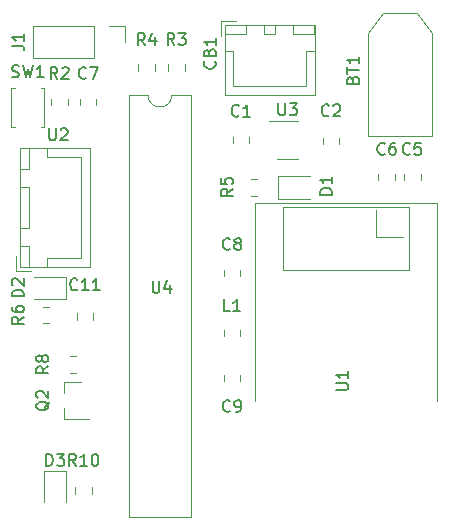
<source format=gbr>
G04 #@! TF.GenerationSoftware,KiCad,Pcbnew,5.1.6-c6e7f7d~87~ubuntu20.04.1*
G04 #@! TF.CreationDate,2020-11-08T20:48:53+01:00*
G04 #@! TF.ProjectId,soil_humidity_module,736f696c-5f68-4756-9d69-646974795f6d,rev?*
G04 #@! TF.SameCoordinates,Original*
G04 #@! TF.FileFunction,Legend,Top*
G04 #@! TF.FilePolarity,Positive*
%FSLAX46Y46*%
G04 Gerber Fmt 4.6, Leading zero omitted, Abs format (unit mm)*
G04 Created by KiCad (PCBNEW 5.1.6-c6e7f7d~87~ubuntu20.04.1) date 2020-11-08 20:48:53*
%MOMM*%
%LPD*%
G01*
G04 APERTURE LIST*
%ADD10C,0.120000*%
%ADD11C,0.150000*%
G04 APERTURE END LIST*
D10*
X170688000Y-101346000D02*
X170688000Y-101346000D01*
X160020000Y-101346000D02*
X170688000Y-101346000D01*
X173105500Y-101016000D02*
X173105500Y-101016000D01*
X157655500Y-101016000D02*
X173105500Y-101016000D01*
X157655500Y-117792500D02*
X157655500Y-101016000D01*
X173105500Y-101016000D02*
X173105500Y-117792500D01*
X167894000Y-101600000D02*
X167894000Y-101600000D01*
X167894000Y-103886000D02*
X167894000Y-101600000D01*
X170180000Y-103886000D02*
X167894000Y-103886000D01*
X160020000Y-101346000D02*
X160020000Y-101346000D01*
X160020000Y-106680000D02*
X160020000Y-101346000D01*
X170688000Y-106680000D02*
X160020000Y-106680000D01*
X170688000Y-101346000D02*
X170688000Y-106680000D01*
X155072400Y-85906600D02*
X155072400Y-91876600D01*
X155072400Y-91876600D02*
X162692400Y-91876600D01*
X162692400Y-91876600D02*
X162692400Y-85906600D01*
X162692400Y-85906600D02*
X155072400Y-85906600D01*
X158382400Y-85916600D02*
X158382400Y-86666600D01*
X158382400Y-86666600D02*
X159382400Y-86666600D01*
X159382400Y-86666600D02*
X159382400Y-85916600D01*
X159382400Y-85916600D02*
X158382400Y-85916600D01*
X155082400Y-85916600D02*
X155082400Y-86666600D01*
X155082400Y-86666600D02*
X156882400Y-86666600D01*
X156882400Y-86666600D02*
X156882400Y-85916600D01*
X156882400Y-85916600D02*
X155082400Y-85916600D01*
X160882400Y-85916600D02*
X160882400Y-86666600D01*
X160882400Y-86666600D02*
X162682400Y-86666600D01*
X162682400Y-86666600D02*
X162682400Y-85916600D01*
X162682400Y-85916600D02*
X160882400Y-85916600D01*
X155082400Y-88166600D02*
X155832400Y-88166600D01*
X155832400Y-88166600D02*
X155832400Y-91116600D01*
X155832400Y-91116600D02*
X158882400Y-91116600D01*
X162682400Y-88166600D02*
X161932400Y-88166600D01*
X161932400Y-88166600D02*
X161932400Y-91116600D01*
X161932400Y-91116600D02*
X158882400Y-91116600D01*
X156032400Y-85616600D02*
X154782400Y-85616600D01*
X154782400Y-85616600D02*
X154782400Y-86866600D01*
X139830000Y-94614000D02*
X139530000Y-94614000D01*
X139830000Y-91314000D02*
X139830000Y-94614000D01*
X139530000Y-91314000D02*
X139830000Y-91314000D01*
X137030000Y-94614000D02*
X137330000Y-94614000D01*
X137030000Y-91314000D02*
X137030000Y-94614000D01*
X137330000Y-91314000D02*
X137030000Y-91314000D01*
X137458000Y-106736000D02*
X138708000Y-106736000D01*
X137458000Y-105486000D02*
X137458000Y-106736000D01*
X142958000Y-97086000D02*
X142958000Y-101386000D01*
X140008000Y-97086000D02*
X142958000Y-97086000D01*
X140008000Y-96336000D02*
X140008000Y-97086000D01*
X142958000Y-105686000D02*
X142958000Y-101386000D01*
X140008000Y-105686000D02*
X142958000Y-105686000D01*
X140008000Y-106436000D02*
X140008000Y-105686000D01*
X137758000Y-96336000D02*
X137758000Y-98136000D01*
X138508000Y-96336000D02*
X137758000Y-96336000D01*
X138508000Y-98136000D02*
X138508000Y-96336000D01*
X137758000Y-98136000D02*
X138508000Y-98136000D01*
X137758000Y-104636000D02*
X137758000Y-106436000D01*
X138508000Y-104636000D02*
X137758000Y-104636000D01*
X138508000Y-106436000D02*
X138508000Y-104636000D01*
X137758000Y-106436000D02*
X138508000Y-106436000D01*
X137758000Y-99636000D02*
X137758000Y-103136000D01*
X138508000Y-99636000D02*
X137758000Y-99636000D01*
X138508000Y-103136000D02*
X138508000Y-99636000D01*
X137758000Y-103136000D02*
X138508000Y-103136000D01*
X137748000Y-96326000D02*
X137748000Y-106446000D01*
X143718000Y-96326000D02*
X137748000Y-96326000D01*
X143718000Y-106446000D02*
X143718000Y-96326000D01*
X137748000Y-106446000D02*
X143718000Y-106446000D01*
X159605000Y-100655000D02*
X162290000Y-100655000D01*
X159605000Y-98735000D02*
X159605000Y-100655000D01*
X162290000Y-98735000D02*
X159605000Y-98735000D01*
X164794000Y-95499422D02*
X164794000Y-96016578D01*
X163374000Y-95499422D02*
X163374000Y-96016578D01*
X159501000Y-97266400D02*
X161301000Y-97266400D01*
X161301000Y-94046400D02*
X158851000Y-94046400D01*
X140212578Y-109780000D02*
X139695422Y-109780000D01*
X140212578Y-111200000D02*
X139695422Y-111200000D01*
X142546000Y-110358422D02*
X142546000Y-110875578D01*
X143966000Y-110358422D02*
X143966000Y-110875578D01*
X171336000Y-84920000D02*
X168516000Y-84920000D01*
X168516000Y-84920000D02*
X167216000Y-86620000D01*
X171336000Y-84920000D02*
X172636000Y-86620000D01*
X167216000Y-86620000D02*
X167216000Y-95340000D01*
X172636000Y-95340000D02*
X167216000Y-95340000D01*
X172636000Y-86620000D02*
X172636000Y-95340000D01*
X142419000Y-125090422D02*
X142419000Y-125607578D01*
X143839000Y-125090422D02*
X143839000Y-125607578D01*
X139756000Y-123664000D02*
X139756000Y-126349000D01*
X141676000Y-123664000D02*
X139756000Y-123664000D01*
X141676000Y-126349000D02*
X141676000Y-123664000D01*
X156412000Y-107192578D02*
X156412000Y-106675422D01*
X154992000Y-107192578D02*
X154992000Y-106675422D01*
X141480000Y-116149000D02*
X141480000Y-117079000D01*
X141480000Y-119309000D02*
X141480000Y-118379000D01*
X141480000Y-119309000D02*
X143640000Y-119309000D01*
X141480000Y-116149000D02*
X142940000Y-116149000D01*
X141981422Y-113971000D02*
X142498578Y-113971000D01*
X141981422Y-115391000D02*
X142498578Y-115391000D01*
X154992000Y-111755422D02*
X154992000Y-112272578D01*
X156412000Y-111755422D02*
X156412000Y-112272578D01*
X154992000Y-115565422D02*
X154992000Y-116082578D01*
X156412000Y-115565422D02*
X156412000Y-116082578D01*
X138878000Y-86046000D02*
X138878000Y-88706000D01*
X144018000Y-86046000D02*
X138878000Y-86046000D01*
X144018000Y-88706000D02*
X138878000Y-88706000D01*
X144018000Y-86046000D02*
X144018000Y-88706000D01*
X145288000Y-86046000D02*
X146618000Y-86046000D01*
X146618000Y-86046000D02*
X146618000Y-87376000D01*
X144220000Y-92714578D02*
X144220000Y-92197422D01*
X142800000Y-92714578D02*
X142800000Y-92197422D01*
X169518400Y-98547422D02*
X169518400Y-99064578D01*
X168098400Y-98547422D02*
X168098400Y-99064578D01*
X171677400Y-98547422D02*
X171677400Y-99064578D01*
X170257400Y-98547422D02*
X170257400Y-99064578D01*
X157865578Y-98985000D02*
X157348422Y-98985000D01*
X157865578Y-100405000D02*
X157348422Y-100405000D01*
X141639000Y-107244000D02*
X138954000Y-107244000D01*
X141639000Y-109164000D02*
X141639000Y-107244000D01*
X138954000Y-109164000D02*
X141639000Y-109164000D01*
X155754000Y-95397822D02*
X155754000Y-95914978D01*
X157174000Y-95397822D02*
X157174000Y-95914978D01*
X141807000Y-92714578D02*
X141807000Y-92197422D01*
X140387000Y-92714578D02*
X140387000Y-92197422D01*
X151713000Y-89276422D02*
X151713000Y-89793578D01*
X150293000Y-89276422D02*
X150293000Y-89793578D01*
X147753000Y-89793578D02*
X147753000Y-89276422D01*
X149173000Y-89793578D02*
X149173000Y-89276422D01*
X152256000Y-91888000D02*
X150606000Y-91888000D01*
X152256000Y-127568000D02*
X152256000Y-91888000D01*
X146956000Y-127568000D02*
X152256000Y-127568000D01*
X146956000Y-91888000D02*
X146956000Y-127568000D01*
X148606000Y-91888000D02*
X146956000Y-91888000D01*
X150606000Y-91888000D02*
G75*
G02*
X148606000Y-91888000I-1000000J0D01*
G01*
D11*
X164552380Y-116839904D02*
X165361904Y-116839904D01*
X165457142Y-116792285D01*
X165504761Y-116744666D01*
X165552380Y-116649428D01*
X165552380Y-116458952D01*
X165504761Y-116363714D01*
X165457142Y-116316095D01*
X165361904Y-116268476D01*
X164552380Y-116268476D01*
X165552380Y-115268476D02*
X165552380Y-115839904D01*
X165552380Y-115554190D02*
X164552380Y-115554190D01*
X164695238Y-115649428D01*
X164790476Y-115744666D01*
X164838095Y-115839904D01*
X154230342Y-89007866D02*
X154277961Y-89055485D01*
X154325580Y-89198342D01*
X154325580Y-89293580D01*
X154277961Y-89436438D01*
X154182723Y-89531676D01*
X154087485Y-89579295D01*
X153897009Y-89626914D01*
X153754152Y-89626914D01*
X153563676Y-89579295D01*
X153468438Y-89531676D01*
X153373200Y-89436438D01*
X153325580Y-89293580D01*
X153325580Y-89198342D01*
X153373200Y-89055485D01*
X153420819Y-89007866D01*
X153801771Y-88245961D02*
X153849390Y-88103104D01*
X153897009Y-88055485D01*
X153992247Y-88007866D01*
X154135104Y-88007866D01*
X154230342Y-88055485D01*
X154277961Y-88103104D01*
X154325580Y-88198342D01*
X154325580Y-88579295D01*
X153325580Y-88579295D01*
X153325580Y-88245961D01*
X153373200Y-88150723D01*
X153420819Y-88103104D01*
X153516057Y-88055485D01*
X153611295Y-88055485D01*
X153706533Y-88103104D01*
X153754152Y-88150723D01*
X153801771Y-88245961D01*
X153801771Y-88579295D01*
X154325580Y-87055485D02*
X154325580Y-87626914D01*
X154325580Y-87341200D02*
X153325580Y-87341200D01*
X153468438Y-87436438D01*
X153563676Y-87531676D01*
X153611295Y-87626914D01*
X137096666Y-90320761D02*
X137239523Y-90368380D01*
X137477619Y-90368380D01*
X137572857Y-90320761D01*
X137620476Y-90273142D01*
X137668095Y-90177904D01*
X137668095Y-90082666D01*
X137620476Y-89987428D01*
X137572857Y-89939809D01*
X137477619Y-89892190D01*
X137287142Y-89844571D01*
X137191904Y-89796952D01*
X137144285Y-89749333D01*
X137096666Y-89654095D01*
X137096666Y-89558857D01*
X137144285Y-89463619D01*
X137191904Y-89416000D01*
X137287142Y-89368380D01*
X137525238Y-89368380D01*
X137668095Y-89416000D01*
X138001428Y-89368380D02*
X138239523Y-90368380D01*
X138430000Y-89654095D01*
X138620476Y-90368380D01*
X138858571Y-89368380D01*
X139763333Y-90368380D02*
X139191904Y-90368380D01*
X139477619Y-90368380D02*
X139477619Y-89368380D01*
X139382380Y-89511238D01*
X139287142Y-89606476D01*
X139191904Y-89654095D01*
X140208095Y-94702380D02*
X140208095Y-95511904D01*
X140255714Y-95607142D01*
X140303333Y-95654761D01*
X140398571Y-95702380D01*
X140589047Y-95702380D01*
X140684285Y-95654761D01*
X140731904Y-95607142D01*
X140779523Y-95511904D01*
X140779523Y-94702380D01*
X141208095Y-94797619D02*
X141255714Y-94750000D01*
X141350952Y-94702380D01*
X141589047Y-94702380D01*
X141684285Y-94750000D01*
X141731904Y-94797619D01*
X141779523Y-94892857D01*
X141779523Y-94988095D01*
X141731904Y-95130952D01*
X141160476Y-95702380D01*
X141779523Y-95702380D01*
X164155380Y-100306095D02*
X163155380Y-100306095D01*
X163155380Y-100068000D01*
X163203000Y-99925142D01*
X163298238Y-99829904D01*
X163393476Y-99782285D01*
X163583952Y-99734666D01*
X163726809Y-99734666D01*
X163917285Y-99782285D01*
X164012523Y-99829904D01*
X164107761Y-99925142D01*
X164155380Y-100068000D01*
X164155380Y-100306095D01*
X164155380Y-98782285D02*
X164155380Y-99353714D01*
X164155380Y-99068000D02*
X163155380Y-99068000D01*
X163298238Y-99163238D01*
X163393476Y-99258476D01*
X163441095Y-99353714D01*
X163917333Y-93575142D02*
X163869714Y-93622761D01*
X163726857Y-93670380D01*
X163631619Y-93670380D01*
X163488761Y-93622761D01*
X163393523Y-93527523D01*
X163345904Y-93432285D01*
X163298285Y-93241809D01*
X163298285Y-93098952D01*
X163345904Y-92908476D01*
X163393523Y-92813238D01*
X163488761Y-92718000D01*
X163631619Y-92670380D01*
X163726857Y-92670380D01*
X163869714Y-92718000D01*
X163917333Y-92765619D01*
X164298285Y-92765619D02*
X164345904Y-92718000D01*
X164441142Y-92670380D01*
X164679238Y-92670380D01*
X164774476Y-92718000D01*
X164822095Y-92765619D01*
X164869714Y-92860857D01*
X164869714Y-92956095D01*
X164822095Y-93098952D01*
X164250666Y-93670380D01*
X164869714Y-93670380D01*
X159639095Y-92568780D02*
X159639095Y-93378304D01*
X159686714Y-93473542D01*
X159734333Y-93521161D01*
X159829571Y-93568780D01*
X160020047Y-93568780D01*
X160115285Y-93521161D01*
X160162904Y-93473542D01*
X160210523Y-93378304D01*
X160210523Y-92568780D01*
X160591476Y-92568780D02*
X161210523Y-92568780D01*
X160877190Y-92949733D01*
X161020047Y-92949733D01*
X161115285Y-92997352D01*
X161162904Y-93044971D01*
X161210523Y-93140209D01*
X161210523Y-93378304D01*
X161162904Y-93473542D01*
X161115285Y-93521161D01*
X161020047Y-93568780D01*
X160734333Y-93568780D01*
X160639095Y-93521161D01*
X160591476Y-93473542D01*
X138069580Y-110656666D02*
X137593390Y-110990000D01*
X138069580Y-111228095D02*
X137069580Y-111228095D01*
X137069580Y-110847142D01*
X137117200Y-110751904D01*
X137164819Y-110704285D01*
X137260057Y-110656666D01*
X137402914Y-110656666D01*
X137498152Y-110704285D01*
X137545771Y-110751904D01*
X137593390Y-110847142D01*
X137593390Y-111228095D01*
X137069580Y-109799523D02*
X137069580Y-109990000D01*
X137117200Y-110085238D01*
X137164819Y-110132857D01*
X137307676Y-110228095D01*
X137498152Y-110275714D01*
X137879104Y-110275714D01*
X137974342Y-110228095D01*
X138021961Y-110180476D01*
X138069580Y-110085238D01*
X138069580Y-109894761D01*
X138021961Y-109799523D01*
X137974342Y-109751904D01*
X137879104Y-109704285D01*
X137641009Y-109704285D01*
X137545771Y-109751904D01*
X137498152Y-109799523D01*
X137450533Y-109894761D01*
X137450533Y-110085238D01*
X137498152Y-110180476D01*
X137545771Y-110228095D01*
X137641009Y-110275714D01*
X142613142Y-108307142D02*
X142565523Y-108354761D01*
X142422666Y-108402380D01*
X142327428Y-108402380D01*
X142184571Y-108354761D01*
X142089333Y-108259523D01*
X142041714Y-108164285D01*
X141994095Y-107973809D01*
X141994095Y-107830952D01*
X142041714Y-107640476D01*
X142089333Y-107545238D01*
X142184571Y-107450000D01*
X142327428Y-107402380D01*
X142422666Y-107402380D01*
X142565523Y-107450000D01*
X142613142Y-107497619D01*
X143565523Y-108402380D02*
X142994095Y-108402380D01*
X143279809Y-108402380D02*
X143279809Y-107402380D01*
X143184571Y-107545238D01*
X143089333Y-107640476D01*
X142994095Y-107688095D01*
X144517904Y-108402380D02*
X143946476Y-108402380D01*
X144232190Y-108402380D02*
X144232190Y-107402380D01*
X144136952Y-107545238D01*
X144041714Y-107640476D01*
X143946476Y-107688095D01*
X165917571Y-90574714D02*
X165965190Y-90431857D01*
X166012809Y-90384238D01*
X166108047Y-90336619D01*
X166250904Y-90336619D01*
X166346142Y-90384238D01*
X166393761Y-90431857D01*
X166441380Y-90527095D01*
X166441380Y-90908047D01*
X165441380Y-90908047D01*
X165441380Y-90574714D01*
X165489000Y-90479476D01*
X165536619Y-90431857D01*
X165631857Y-90384238D01*
X165727095Y-90384238D01*
X165822333Y-90431857D01*
X165869952Y-90479476D01*
X165917571Y-90574714D01*
X165917571Y-90908047D01*
X165441380Y-90050904D02*
X165441380Y-89479476D01*
X166441380Y-89765190D02*
X165441380Y-89765190D01*
X166441380Y-88622333D02*
X166441380Y-89193761D01*
X166441380Y-88908047D02*
X165441380Y-88908047D01*
X165584238Y-89003285D01*
X165679476Y-89098523D01*
X165727095Y-89193761D01*
X142486142Y-123261380D02*
X142152809Y-122785190D01*
X141914714Y-123261380D02*
X141914714Y-122261380D01*
X142295666Y-122261380D01*
X142390904Y-122309000D01*
X142438523Y-122356619D01*
X142486142Y-122451857D01*
X142486142Y-122594714D01*
X142438523Y-122689952D01*
X142390904Y-122737571D01*
X142295666Y-122785190D01*
X141914714Y-122785190D01*
X143438523Y-123261380D02*
X142867095Y-123261380D01*
X143152809Y-123261380D02*
X143152809Y-122261380D01*
X143057571Y-122404238D01*
X142962333Y-122499476D01*
X142867095Y-122547095D01*
X144057571Y-122261380D02*
X144152809Y-122261380D01*
X144248047Y-122309000D01*
X144295666Y-122356619D01*
X144343285Y-122451857D01*
X144390904Y-122642333D01*
X144390904Y-122880428D01*
X144343285Y-123070904D01*
X144295666Y-123166142D01*
X144248047Y-123213761D01*
X144152809Y-123261380D01*
X144057571Y-123261380D01*
X143962333Y-123213761D01*
X143914714Y-123166142D01*
X143867095Y-123070904D01*
X143819476Y-122880428D01*
X143819476Y-122642333D01*
X143867095Y-122451857D01*
X143914714Y-122356619D01*
X143962333Y-122309000D01*
X144057571Y-122261380D01*
X139977904Y-123261380D02*
X139977904Y-122261380D01*
X140216000Y-122261380D01*
X140358857Y-122309000D01*
X140454095Y-122404238D01*
X140501714Y-122499476D01*
X140549333Y-122689952D01*
X140549333Y-122832809D01*
X140501714Y-123023285D01*
X140454095Y-123118523D01*
X140358857Y-123213761D01*
X140216000Y-123261380D01*
X139977904Y-123261380D01*
X140882666Y-122261380D02*
X141501714Y-122261380D01*
X141168380Y-122642333D01*
X141311238Y-122642333D01*
X141406476Y-122689952D01*
X141454095Y-122737571D01*
X141501714Y-122832809D01*
X141501714Y-123070904D01*
X141454095Y-123166142D01*
X141406476Y-123213761D01*
X141311238Y-123261380D01*
X141025523Y-123261380D01*
X140930285Y-123213761D01*
X140882666Y-123166142D01*
X155535333Y-104878142D02*
X155487714Y-104925761D01*
X155344857Y-104973380D01*
X155249619Y-104973380D01*
X155106761Y-104925761D01*
X155011523Y-104830523D01*
X154963904Y-104735285D01*
X154916285Y-104544809D01*
X154916285Y-104401952D01*
X154963904Y-104211476D01*
X155011523Y-104116238D01*
X155106761Y-104021000D01*
X155249619Y-103973380D01*
X155344857Y-103973380D01*
X155487714Y-104021000D01*
X155535333Y-104068619D01*
X156106761Y-104401952D02*
X156011523Y-104354333D01*
X155963904Y-104306714D01*
X155916285Y-104211476D01*
X155916285Y-104163857D01*
X155963904Y-104068619D01*
X156011523Y-104021000D01*
X156106761Y-103973380D01*
X156297238Y-103973380D01*
X156392476Y-104021000D01*
X156440095Y-104068619D01*
X156487714Y-104163857D01*
X156487714Y-104211476D01*
X156440095Y-104306714D01*
X156392476Y-104354333D01*
X156297238Y-104401952D01*
X156106761Y-104401952D01*
X156011523Y-104449571D01*
X155963904Y-104497190D01*
X155916285Y-104592428D01*
X155916285Y-104782904D01*
X155963904Y-104878142D01*
X156011523Y-104925761D01*
X156106761Y-104973380D01*
X156297238Y-104973380D01*
X156392476Y-104925761D01*
X156440095Y-104878142D01*
X156487714Y-104782904D01*
X156487714Y-104592428D01*
X156440095Y-104497190D01*
X156392476Y-104449571D01*
X156297238Y-104401952D01*
X140247619Y-117824238D02*
X140200000Y-117919476D01*
X140104761Y-118014714D01*
X139961904Y-118157571D01*
X139914285Y-118252809D01*
X139914285Y-118348047D01*
X140152380Y-118300428D02*
X140104761Y-118395666D01*
X140009523Y-118490904D01*
X139819047Y-118538523D01*
X139485714Y-118538523D01*
X139295238Y-118490904D01*
X139200000Y-118395666D01*
X139152380Y-118300428D01*
X139152380Y-118109952D01*
X139200000Y-118014714D01*
X139295238Y-117919476D01*
X139485714Y-117871857D01*
X139819047Y-117871857D01*
X140009523Y-117919476D01*
X140104761Y-118014714D01*
X140152380Y-118109952D01*
X140152380Y-118300428D01*
X139247619Y-117490904D02*
X139200000Y-117443285D01*
X139152380Y-117348047D01*
X139152380Y-117109952D01*
X139200000Y-117014714D01*
X139247619Y-116967095D01*
X139342857Y-116919476D01*
X139438095Y-116919476D01*
X139580952Y-116967095D01*
X140152380Y-117538523D01*
X140152380Y-116919476D01*
X140152380Y-114847666D02*
X139676190Y-115181000D01*
X140152380Y-115419095D02*
X139152380Y-115419095D01*
X139152380Y-115038142D01*
X139200000Y-114942904D01*
X139247619Y-114895285D01*
X139342857Y-114847666D01*
X139485714Y-114847666D01*
X139580952Y-114895285D01*
X139628571Y-114942904D01*
X139676190Y-115038142D01*
X139676190Y-115419095D01*
X139580952Y-114276238D02*
X139533333Y-114371476D01*
X139485714Y-114419095D01*
X139390476Y-114466714D01*
X139342857Y-114466714D01*
X139247619Y-114419095D01*
X139200000Y-114371476D01*
X139152380Y-114276238D01*
X139152380Y-114085761D01*
X139200000Y-113990523D01*
X139247619Y-113942904D01*
X139342857Y-113895285D01*
X139390476Y-113895285D01*
X139485714Y-113942904D01*
X139533333Y-113990523D01*
X139580952Y-114085761D01*
X139580952Y-114276238D01*
X139628571Y-114371476D01*
X139676190Y-114419095D01*
X139771428Y-114466714D01*
X139961904Y-114466714D01*
X140057142Y-114419095D01*
X140104761Y-114371476D01*
X140152380Y-114276238D01*
X140152380Y-114085761D01*
X140104761Y-113990523D01*
X140057142Y-113942904D01*
X139961904Y-113895285D01*
X139771428Y-113895285D01*
X139676190Y-113942904D01*
X139628571Y-113990523D01*
X139580952Y-114085761D01*
X155535333Y-110180380D02*
X155059142Y-110180380D01*
X155059142Y-109180380D01*
X156392476Y-110180380D02*
X155821047Y-110180380D01*
X156106761Y-110180380D02*
X156106761Y-109180380D01*
X156011523Y-109323238D01*
X155916285Y-109418476D01*
X155821047Y-109466095D01*
X155535333Y-118594142D02*
X155487714Y-118641761D01*
X155344857Y-118689380D01*
X155249619Y-118689380D01*
X155106761Y-118641761D01*
X155011523Y-118546523D01*
X154963904Y-118451285D01*
X154916285Y-118260809D01*
X154916285Y-118117952D01*
X154963904Y-117927476D01*
X155011523Y-117832238D01*
X155106761Y-117737000D01*
X155249619Y-117689380D01*
X155344857Y-117689380D01*
X155487714Y-117737000D01*
X155535333Y-117784619D01*
X156011523Y-118689380D02*
X156202000Y-118689380D01*
X156297238Y-118641761D01*
X156344857Y-118594142D01*
X156440095Y-118451285D01*
X156487714Y-118260809D01*
X156487714Y-117879857D01*
X156440095Y-117784619D01*
X156392476Y-117737000D01*
X156297238Y-117689380D01*
X156106761Y-117689380D01*
X156011523Y-117737000D01*
X155963904Y-117784619D01*
X155916285Y-117879857D01*
X155916285Y-118117952D01*
X155963904Y-118213190D01*
X156011523Y-118260809D01*
X156106761Y-118308428D01*
X156297238Y-118308428D01*
X156392476Y-118260809D01*
X156440095Y-118213190D01*
X156487714Y-118117952D01*
X137120380Y-87709333D02*
X137834666Y-87709333D01*
X137977523Y-87756952D01*
X138072761Y-87852190D01*
X138120380Y-87995047D01*
X138120380Y-88090285D01*
X138120380Y-86709333D02*
X138120380Y-87280761D01*
X138120380Y-86995047D02*
X137120380Y-86995047D01*
X137263238Y-87090285D01*
X137358476Y-87185523D01*
X137406095Y-87280761D01*
X143343333Y-90400142D02*
X143295714Y-90447761D01*
X143152857Y-90495380D01*
X143057619Y-90495380D01*
X142914761Y-90447761D01*
X142819523Y-90352523D01*
X142771904Y-90257285D01*
X142724285Y-90066809D01*
X142724285Y-89923952D01*
X142771904Y-89733476D01*
X142819523Y-89638238D01*
X142914761Y-89543000D01*
X143057619Y-89495380D01*
X143152857Y-89495380D01*
X143295714Y-89543000D01*
X143343333Y-89590619D01*
X143676666Y-89495380D02*
X144343333Y-89495380D01*
X143914761Y-90495380D01*
X168641733Y-96826342D02*
X168594114Y-96873961D01*
X168451257Y-96921580D01*
X168356019Y-96921580D01*
X168213161Y-96873961D01*
X168117923Y-96778723D01*
X168070304Y-96683485D01*
X168022685Y-96493009D01*
X168022685Y-96350152D01*
X168070304Y-96159676D01*
X168117923Y-96064438D01*
X168213161Y-95969200D01*
X168356019Y-95921580D01*
X168451257Y-95921580D01*
X168594114Y-95969200D01*
X168641733Y-96016819D01*
X169498876Y-95921580D02*
X169308400Y-95921580D01*
X169213161Y-95969200D01*
X169165542Y-96016819D01*
X169070304Y-96159676D01*
X169022685Y-96350152D01*
X169022685Y-96731104D01*
X169070304Y-96826342D01*
X169117923Y-96873961D01*
X169213161Y-96921580D01*
X169403638Y-96921580D01*
X169498876Y-96873961D01*
X169546495Y-96826342D01*
X169594114Y-96731104D01*
X169594114Y-96493009D01*
X169546495Y-96397771D01*
X169498876Y-96350152D01*
X169403638Y-96302533D01*
X169213161Y-96302533D01*
X169117923Y-96350152D01*
X169070304Y-96397771D01*
X169022685Y-96493009D01*
X170775333Y-96826342D02*
X170727714Y-96873961D01*
X170584857Y-96921580D01*
X170489619Y-96921580D01*
X170346761Y-96873961D01*
X170251523Y-96778723D01*
X170203904Y-96683485D01*
X170156285Y-96493009D01*
X170156285Y-96350152D01*
X170203904Y-96159676D01*
X170251523Y-96064438D01*
X170346761Y-95969200D01*
X170489619Y-95921580D01*
X170584857Y-95921580D01*
X170727714Y-95969200D01*
X170775333Y-96016819D01*
X171680095Y-95921580D02*
X171203904Y-95921580D01*
X171156285Y-96397771D01*
X171203904Y-96350152D01*
X171299142Y-96302533D01*
X171537238Y-96302533D01*
X171632476Y-96350152D01*
X171680095Y-96397771D01*
X171727714Y-96493009D01*
X171727714Y-96731104D01*
X171680095Y-96826342D01*
X171632476Y-96873961D01*
X171537238Y-96921580D01*
X171299142Y-96921580D01*
X171203904Y-96873961D01*
X171156285Y-96826342D01*
X155773380Y-99810866D02*
X155297190Y-100144200D01*
X155773380Y-100382295D02*
X154773380Y-100382295D01*
X154773380Y-100001342D01*
X154821000Y-99906104D01*
X154868619Y-99858485D01*
X154963857Y-99810866D01*
X155106714Y-99810866D01*
X155201952Y-99858485D01*
X155249571Y-99906104D01*
X155297190Y-100001342D01*
X155297190Y-100382295D01*
X154773380Y-98906104D02*
X154773380Y-99382295D01*
X155249571Y-99429914D01*
X155201952Y-99382295D01*
X155154333Y-99287057D01*
X155154333Y-99048961D01*
X155201952Y-98953723D01*
X155249571Y-98906104D01*
X155344809Y-98858485D01*
X155582904Y-98858485D01*
X155678142Y-98906104D01*
X155725761Y-98953723D01*
X155773380Y-99048961D01*
X155773380Y-99287057D01*
X155725761Y-99382295D01*
X155678142Y-99429914D01*
X138069580Y-108916695D02*
X137069580Y-108916695D01*
X137069580Y-108678600D01*
X137117200Y-108535742D01*
X137212438Y-108440504D01*
X137307676Y-108392885D01*
X137498152Y-108345266D01*
X137641009Y-108345266D01*
X137831485Y-108392885D01*
X137926723Y-108440504D01*
X138021961Y-108535742D01*
X138069580Y-108678600D01*
X138069580Y-108916695D01*
X137164819Y-107964314D02*
X137117200Y-107916695D01*
X137069580Y-107821457D01*
X137069580Y-107583361D01*
X137117200Y-107488123D01*
X137164819Y-107440504D01*
X137260057Y-107392885D01*
X137355295Y-107392885D01*
X137498152Y-107440504D01*
X138069580Y-108011933D01*
X138069580Y-107392885D01*
X156297333Y-93600542D02*
X156249714Y-93648161D01*
X156106857Y-93695780D01*
X156011619Y-93695780D01*
X155868761Y-93648161D01*
X155773523Y-93552923D01*
X155725904Y-93457685D01*
X155678285Y-93267209D01*
X155678285Y-93124352D01*
X155725904Y-92933876D01*
X155773523Y-92838638D01*
X155868761Y-92743400D01*
X156011619Y-92695780D01*
X156106857Y-92695780D01*
X156249714Y-92743400D01*
X156297333Y-92791019D01*
X157249714Y-93695780D02*
X156678285Y-93695780D01*
X156964000Y-93695780D02*
X156964000Y-92695780D01*
X156868761Y-92838638D01*
X156773523Y-92933876D01*
X156678285Y-92981495D01*
X140930333Y-90495380D02*
X140597000Y-90019190D01*
X140358904Y-90495380D02*
X140358904Y-89495380D01*
X140739857Y-89495380D01*
X140835095Y-89543000D01*
X140882714Y-89590619D01*
X140930333Y-89685857D01*
X140930333Y-89828714D01*
X140882714Y-89923952D01*
X140835095Y-89971571D01*
X140739857Y-90019190D01*
X140358904Y-90019190D01*
X141311285Y-89590619D02*
X141358904Y-89543000D01*
X141454142Y-89495380D01*
X141692238Y-89495380D01*
X141787476Y-89543000D01*
X141835095Y-89590619D01*
X141882714Y-89685857D01*
X141882714Y-89781095D01*
X141835095Y-89923952D01*
X141263666Y-90495380D01*
X141882714Y-90495380D01*
X150836333Y-87625180D02*
X150503000Y-87148990D01*
X150264904Y-87625180D02*
X150264904Y-86625180D01*
X150645857Y-86625180D01*
X150741095Y-86672800D01*
X150788714Y-86720419D01*
X150836333Y-86815657D01*
X150836333Y-86958514D01*
X150788714Y-87053752D01*
X150741095Y-87101371D01*
X150645857Y-87148990D01*
X150264904Y-87148990D01*
X151169666Y-86625180D02*
X151788714Y-86625180D01*
X151455380Y-87006133D01*
X151598238Y-87006133D01*
X151693476Y-87053752D01*
X151741095Y-87101371D01*
X151788714Y-87196609D01*
X151788714Y-87434704D01*
X151741095Y-87529942D01*
X151693476Y-87577561D01*
X151598238Y-87625180D01*
X151312523Y-87625180D01*
X151217285Y-87577561D01*
X151169666Y-87529942D01*
X148321733Y-87650580D02*
X147988400Y-87174390D01*
X147750304Y-87650580D02*
X147750304Y-86650580D01*
X148131257Y-86650580D01*
X148226495Y-86698200D01*
X148274114Y-86745819D01*
X148321733Y-86841057D01*
X148321733Y-86983914D01*
X148274114Y-87079152D01*
X148226495Y-87126771D01*
X148131257Y-87174390D01*
X147750304Y-87174390D01*
X149178876Y-86983914D02*
X149178876Y-87650580D01*
X148940780Y-86602961D02*
X148702685Y-87317247D01*
X149321733Y-87317247D01*
X148989095Y-107605380D02*
X148989095Y-108414904D01*
X149036714Y-108510142D01*
X149084333Y-108557761D01*
X149179571Y-108605380D01*
X149370047Y-108605380D01*
X149465285Y-108557761D01*
X149512904Y-108510142D01*
X149560523Y-108414904D01*
X149560523Y-107605380D01*
X150465285Y-107938714D02*
X150465285Y-108605380D01*
X150227190Y-107557761D02*
X149989095Y-108272047D01*
X150608142Y-108272047D01*
M02*

</source>
